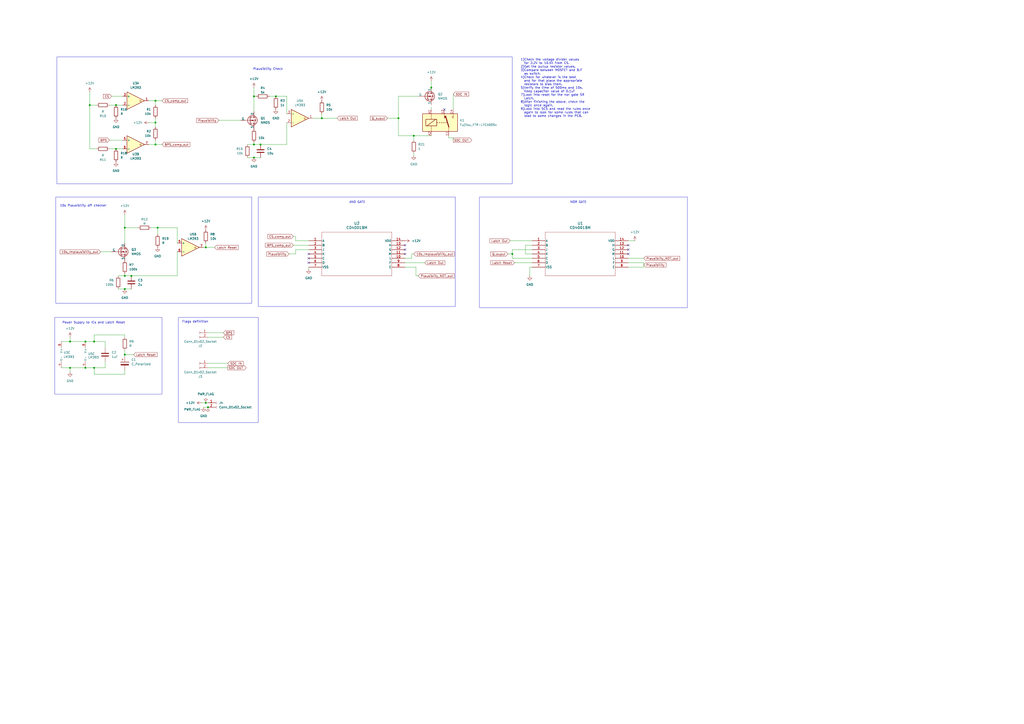
<source format=kicad_sch>
(kicad_sch (version 20231120) (generator "eeschema") (generator_version "8.0")
  (paper "A2")
  (lib_symbols
    (symbol "CD4001B:CD4001BM" (pin_names (offset 0.254))
      (property "Reference" "U" (at 27.94 10.16 0))
      (property "Value" "CD4001BM" (at 27.94 7.62 0))
      (symbol "CD4001BM_0_1"
        (polyline (pts (xy 7.62 -20.32) (xy 48.26 -20.32)) (stroke (width 0.127)))
        (polyline (pts (xy 7.62 5.08) (xy 7.62 -20.32)) (stroke (width 0.127)))
        (polyline (pts (xy 48.26 -20.32) (xy 48.26 5.08)) (stroke (width 0.127)))
        (polyline (pts (xy 48.26 5.08) (xy 7.62 5.08)) (stroke (width 0.127)))
        (pin power_in line (at 55.88 0 180) (length 7.62) (name "VDD") (number "14"))
        (pin power_in line (at 0 -15.24 0) (length 7.62) (name "VSS") (number "7"))
      )
      (symbol "CD4001BM_1_1"
        (pin input line (at 0 0 0) (length 7.62) (name "A") (number "1"))
        (pin output line (at 55.88 -10.16 180) (length 7.62) (name "L") (number "10"))
        (pin output line (at 55.88 -7.62 180) (length 7.62) (name "M") (number "11"))
        (pin input line (at 55.88 -5.08 180) (length 7.62) (name "G") (number "12"))
        (pin input line (at 55.88 -2.54 180) (length 7.62) (name "H") (number "13"))
        (pin input line (at 0 -2.54 0) (length 7.62) (name "B") (number "2"))
        (pin output line (at 0 -5.08 0) (length 7.62) (name "J") (number "3"))
        (pin output line (at 0 -7.62 0) (length 7.62) (name "K") (number "4"))
        (pin input line (at 0 -10.16 0) (length 7.62) (name "C") (number "5"))
        (pin input line (at 0 -12.7 0) (length 7.62) (name "D") (number "6"))
        (pin input line (at 55.88 -15.24 180) (length 7.62) (name "E") (number "8"))
        (pin input line (at 55.88 -12.7 180) (length 7.62) (name "F") (number "9"))
      )
    )
    (symbol "Comparator:LM393" (pin_names (offset 0.127))
      (property "Reference" "U" (at 3.81 3.81 0))
      (property "Value" "LM393" (at 6.35 -3.81 0))
      (symbol "LM393_1_1"
        (polyline (pts (xy -5.08 5.08) (xy 5.08 0) (xy -5.08 -5.08) (xy -5.08 5.08)) (stroke (width 0.254)) (fill (type background)))
        (polyline (pts (xy 3.302 -0.508) (xy 2.794 -0.508) (xy 3.302 0) (xy 2.794 0.508) (xy 2.286 0) (xy 2.794 -0.508) (xy 2.286 -0.508)) (stroke (width 0.127)))
        (pin open_collector line (at 7.62 0 180) (length 2.54) (name "~") (number "1"))
        (pin input line (at -7.62 -2.54 0) (length 2.54) (name "-") (number "2"))
        (pin input line (at -7.62 2.54 0) (length 2.54) (name "+") (number "3"))
      )
      (symbol "LM393_2_1"
        (polyline (pts (xy -5.08 5.08) (xy 5.08 0) (xy -5.08 -5.08) (xy -5.08 5.08)) (stroke (width 0.254)) (fill (type background)))
        (polyline (pts (xy 3.302 -0.508) (xy 2.794 -0.508) (xy 3.302 0) (xy 2.794 0.508) (xy 2.286 0) (xy 2.794 -0.508) (xy 2.286 -0.508)) (stroke (width 0.127)))
        (pin input line (at -7.62 2.54 0) (length 2.54) (name "+") (number "5"))
        (pin input line (at -7.62 -2.54 0) (length 2.54) (name "-") (number "6"))
        (pin open_collector line (at 7.62 0 180) (length 2.54) (name "~") (number "7"))
      )
      (symbol "LM393_3_1"
        (pin power_in line (at -2.54 -7.62 90) (length 3.81) (name "V-") (number "4"))
        (pin power_in line (at -2.54 7.62 270) (length 3.81) (name "V+") (number "8"))
      )
    )
    (symbol "Connector:Conn_01x02_Socket" (pin_names (offset 1.016) hide)
      (property "Reference" "J" (at 0 2.54 0))
      (property "Value" "Conn_01x02_Socket" (at 0 -5.08 0))
      (symbol "Conn_01x02_Socket_1_1"
        (arc (start 0 -2.032) (mid -0.5058 -2.54) (end 0 -3.048) (stroke (width 0.1524)))
        (polyline (pts (xy -1.27 -2.54) (xy -0.508 -2.54)) (stroke (width 0.1524)))
        (polyline (pts (xy -1.27 0) (xy -0.508 0)) (stroke (width 0.1524)))
        (arc (start 0 0.508) (mid -0.5058 0) (end 0 -0.508) (stroke (width 0.1524)))
        (pin passive line (at -5.08 0 0) (length 3.81) (name "Pin_1") (number "1"))
        (pin passive line (at -5.08 -2.54 0) (length 3.81) (name "Pin_2") (number "2"))
      )
    )
    (symbol "Device:C" (pin_numbers hide) (pin_names (offset 0.254))
      (property "Reference" "C" (at 0.635 2.54 0))
      (property "Value" "C" (at 0.635 -2.54 0))
      (symbol "C_0_1"
        (polyline (pts (xy -2.032 -0.762) (xy 2.032 -0.762)) (stroke (width 0.508)))
        (polyline (pts (xy -2.032 0.762) (xy 2.032 0.762)) (stroke (width 0.508)))
      )
      (symbol "C_1_1"
        (pin passive line (at 0 3.81 270) (length 2.794) (name "~") (number "1"))
        (pin passive line (at 0 -3.81 90) (length 2.794) (name "~") (number "2"))
      )
    )
    (symbol "Device:C_Polarized" (pin_numbers hide) (pin_names (offset 0.254))
      (property "Reference" "C" (at 0.635 2.54 0))
      (property "Value" "C_Polarized" (at 0.635 -2.54 0))
      (symbol "C_Polarized_0_1"
        (rectangle (start -2.286 0.508) (end 2.286 1.016))
        (polyline (pts (xy -1.778 2.286) (xy -0.762 2.286)))
        (polyline (pts (xy -1.27 2.794) (xy -1.27 1.778)))
        (rectangle (start 2.286 -0.508) (end -2.286 -1.016) (fill (type outline)))
      )
      (symbol "C_Polarized_1_1"
        (pin passive line (at 0 3.81 270) (length 2.794) (name "~") (number "1"))
        (pin passive line (at 0 -3.81 90) (length 2.794) (name "~") (number "2"))
      )
    )
    (symbol "Device:R" (pin_numbers hide) (pin_names (offset 0))
      (property "Reference" "R" (at 2.032 0 90))
      (property "Value" "R" (at 0 0 90))
      (symbol "R_0_1"
        (rectangle (start -1.016 -2.54) (end 1.016 2.54) (stroke (width 0.254)))
      )
      (symbol "R_1_1"
        (pin passive line (at 0 3.81 270) (length 1.27) (name "~") (number "1"))
        (pin passive line (at 0 -3.81 90) (length 1.27) (name "~") (number "2"))
      )
    )
    (symbol "Relay:Fujitsu_FTR-LYCA005x"
      (property "Reference" "K" (at 11.43 3.81 0))
      (property "Value" "Fujitsu_FTR-LYCA005x" (at 11.43 1.27 0))
      (symbol "Fujitsu_FTR-LYCA005x_0_0"
        (polyline (pts (xy 7.62 5.08) (xy 7.62 2.54) (xy 6.985 3.175) (xy 7.62 3.81)))
      )
      (symbol "Fujitsu_FTR-LYCA005x_0_1"
        (rectangle (start -10.16 5.08) (end 10.16 -5.08) (stroke (width 0.254)) (fill (type background)))
        (rectangle (start -8.255 1.905) (end -1.905 -1.905) (stroke (width 0.254)))
        (polyline (pts (xy -7.62 -1.905) (xy -2.54 1.905)) (stroke (width 0.254)))
        (polyline (pts (xy -5.08 -5.08) (xy -5.08 -1.905)))
        (polyline (pts (xy -5.08 5.08) (xy -5.08 1.905)))
        (polyline (pts (xy -1.905 0) (xy -1.27 0)) (stroke (width 0.254)))
        (polyline (pts (xy -0.635 0) (xy 0 0)) (stroke (width 0.254)))
        (polyline (pts (xy 0.635 0) (xy 1.27 0)) (stroke (width 0.254)))
        (polyline (pts (xy 1.905 0) (xy 2.54 0)) (stroke (width 0.254)))
        (polyline (pts (xy 3.175 0) (xy 3.81 0)) (stroke (width 0.254)))
        (polyline (pts (xy 5.08 -2.54) (xy 3.175 3.81)) (stroke (width 0.508)))
        (polyline (pts (xy 5.08 -2.54) (xy 5.08 -5.08)))
        (polyline (pts (xy 2.54 5.08) (xy 2.54 2.54) (xy 3.175 3.175) (xy 2.54 3.81)) (fill (type outline)))
      )
      (symbol "Fujitsu_FTR-LYCA005x_1_1"
        (pin passive line (at 5.08 -7.62 90) (length 2.54) (name "~") (number "11"))
        (pin passive line (at 2.54 7.62 270) (length 2.54) (name "~") (number "12"))
        (pin passive line (at 7.62 7.62 270) (length 2.54) (name "~") (number "14"))
        (pin passive line (at -5.08 7.62 270) (length 2.54) (name "~") (number "A1"))
        (pin passive line (at -5.08 -7.62 90) (length 2.54) (name "~") (number "A2"))
      )
    )
    (symbol "Simulation_SPICE:NMOS" (pin_numbers hide) (pin_names (offset 0))
      (property "Reference" "Q" (at 5.08 1.27 0))
      (property "Value" "NMOS" (at 5.08 -1.27 0))
      (symbol "NMOS_0_1"
        (polyline (pts (xy 0.254 0) (xy -2.54 0)))
        (polyline (pts (xy 0.254 1.905) (xy 0.254 -1.905)) (stroke (width 0.254)))
        (polyline (pts (xy 0.762 -1.27) (xy 0.762 -2.286)) (stroke (width 0.254)))
        (polyline (pts (xy 0.762 0.508) (xy 0.762 -0.508)) (stroke (width 0.254)))
        (polyline (pts (xy 0.762 2.286) (xy 0.762 1.27)) (stroke (width 0.254)))
        (polyline (pts (xy 2.54 2.54) (xy 2.54 1.778)))
        (polyline (pts (xy 2.54 -2.54) (xy 2.54 0) (xy 0.762 0)))
        (polyline (pts (xy 0.762 -1.778) (xy 3.302 -1.778) (xy 3.302 1.778) (xy 0.762 1.778)))
        (polyline (pts (xy 1.016 0) (xy 2.032 0.381) (xy 2.032 -0.381) (xy 1.016 0)) (fill (type outline)))
        (polyline (pts (xy 2.794 0.508) (xy 2.921 0.381) (xy 3.683 0.381) (xy 3.81 0.254)))
        (polyline (pts (xy 3.302 0.381) (xy 2.921 -0.254) (xy 3.683 -0.254) (xy 3.302 0.381)))
        (circle (center 1.651 0) (radius 2.794) (stroke (width 0.254)))
        (circle (center 2.54 -1.778) (radius 0.254) (fill (type outline)))
        (circle (center 2.54 1.778) (radius 0.254) (fill (type outline)))
      )
      (symbol "NMOS_1_1"
        (pin passive line (at 2.54 5.08 270) (length 2.54) (name "D") (number "1"))
        (pin input line (at -5.08 0 0) (length 2.54) (name "G") (number "2"))
        (pin passive line (at 2.54 -5.08 90) (length 2.54) (name "S") (number "3"))
      )
    )
    (symbol "power:+12V" (power) (pin_numbers hide) (pin_names (offset 0) hide)
      (property "Value" "+12V" (at 0 3.556 0))
      (symbol "+12V_0_1"
        (polyline (pts (xy -0.762 1.27) (xy 0 2.54)))
        (polyline (pts (xy 0 0) (xy 0 2.54)))
        (polyline (pts (xy 0 2.54) (xy 0.762 1.27)))
      )
      (symbol "+12V_1_1"
        (pin power_in line (at 0 0 90) (length 0) (name "~") (number "1"))
      )
    )
    (symbol "power:GND" (power) (pin_numbers hide) (pin_names (offset 0) hide)
      (property "Value" "GND" (at 0 -3.81 0))
      (symbol "GND_0_1"
        (polyline (pts (xy 0 0) (xy 0 -1.27) (xy 1.27 -1.27) (xy 0 -2.54) (xy -1.27 -1.27) (xy 0 -1.27)))
      )
      (symbol "GND_1_1"
        (pin power_in line (at 0 0 270) (length 0) (name "~") (number "1"))
      )
    )
    (symbol "power:PWR_FLAG" (power) (pin_numbers hide) (pin_names (offset 0) hide)
      (property "Value" "PWR_FLAG" (at 0 3.81 0))
      (symbol "PWR_FLAG_0_0"
        (pin power_out line (at 0 0 90) (length 0) (name "~") (number "1"))
      )
      (symbol "PWR_FLAG_0_1"
        (polyline (pts (xy 0 0) (xy 0 1.27) (xy -1.016 1.905) (xy 0 2.54) (xy 1.016 1.905) (xy 0 1.27)))
      )
    )
  )
  (junction (at 49.53 198.12))
  (junction (at 40.64 198.12))
  (junction (at 67.31 60.96))
  (junction (at 40.64 213.36))
  (junction (at 90.17 58.42))
  (junction (at 72.39 132.08))
  (junction (at 67.31 86.36))
  (junction (at 90.17 83.82))
  (junction (at 90.17 71.12))
  (junction (at 186.69 68.58))
  (junction (at 119.38 233.68))
  (junction (at 147.32 91.44))
  (junction (at 120.65 236.22))
  (junction (at 72.39 167.64))
  (junction (at 72.39 205.74))
  (junction (at 72.39 160.02))
  (junction (at 91.44 132.08))
  (junction (at 76.2 160.02))
  (junction (at 147.32 55.88))
  (junction (at 297.18 147.32))
  (junction (at 151.13 83.82))
  (junction (at 250.19 50.8))
  (junction (at 52.07 60.96))
  (junction (at 147.32 83.82))
  (junction (at 160.02 55.88))
  (junction (at 240.03 78.74))
  (junction (at 49.53 213.36))
  (junction (at 231.14 68.58))
  (junction (at 54.61 213.36))
  (junction (at 119.38 143.51))
  (junction (at 54.61 198.12))
  (no_connect (at 234.95 147.32))
  (no_connect (at 364.49 147.32))
  (no_connect (at 364.49 144.78))
  (no_connect (at 179.07 147.32))
  (no_connect (at 234.95 142.24))
  (no_connect (at 179.07 149.86))
  (no_connect (at 234.95 144.78))
  (no_connect (at 179.07 152.4))
  (no_connect (at 257.81 63.5))
  (no_connect (at 364.49 142.24))
  (wire (pts (xy 72.39 205.74) (xy 72.39 207.01)))
  (wire (pts (xy 171.45 137.16) (xy 171.45 139.7)))
  (wire (pts (xy 297.18 149.86) (xy 308.61 149.86)))
  (wire (pts (xy 297.18 147.32) (xy 297.18 149.86)))
  (wire (pts (xy 60.96 198.12) (xy 54.61 198.12)))
  (wire (pts (xy 120.65 210.82) (xy 132.08 210.82)))
  (wire (pts (xy 52.07 86.36) (xy 55.88 86.36)))
  (wire (pts (xy 231.14 55.88) (xy 231.14 68.58)))
  (wire (pts (xy 171.45 144.78) (xy 179.07 144.78)))
  (wire (pts (xy 93.98 58.42) (xy 90.17 58.42)))
  (wire (pts (xy 143.51 91.44) (xy 147.32 91.44)))
  (wire (pts (xy 307.34 160.02) (xy 307.34 154.94)))
  (wire (pts (xy 231.14 78.74) (xy 240.03 78.74)))
  (wire (pts (xy 127 69.85) (xy 139.7 69.85)))
  (wire (pts (xy 120.65 193.04) (xy 129.54 193.04)))
  (wire (pts (xy 90.17 71.12) (xy 90.17 73.66)))
  (wire (pts (xy 72.39 132.08) (xy 72.39 140.97)))
  (wire (pts (xy 58.42 146.05) (xy 64.77 146.05)))
  (wire (pts (xy 67.31 60.96) (xy 71.12 60.96)))
  (wire (pts (xy 250.19 50.8) (xy 250.19 52.07)))
  (wire (pts (xy 68.58 167.64) (xy 72.39 167.64)))
  (wire (pts (xy 68.58 160.02) (xy 72.39 160.02)))
  (wire (pts (xy 91.44 132.08) (xy 102.87 132.08)))
  (wire (pts (xy 60.96 213.36) (xy 54.61 213.36)))
  (wire (pts (xy 72.39 132.08) (xy 72.39 124.46)))
  (wire (pts (xy 102.87 132.08) (xy 102.87 140.97)))
  (wire (pts (xy 72.39 214.63) (xy 72.39 217.17)))
  (wire (pts (xy 40.64 198.12) (xy 49.53 198.12)))
  (wire (pts (xy 52.07 60.96) (xy 55.88 60.96)))
  (wire (pts (xy 72.39 194.31) (xy 54.61 194.31)))
  (wire (pts (xy 90.17 60.96) (xy 90.17 58.42)))
  (wire (pts (xy 240.03 88.9) (xy 240.03 90.17)))
  (wire (pts (xy 90.17 71.12) (xy 86.36 71.12)))
  (wire (pts (xy 72.39 205.74) (xy 77.47 205.74)))
  (wire (pts (xy 364.49 154.94) (xy 373.38 154.94)))
  (wire (pts (xy 147.32 55.88) (xy 147.32 64.77)))
  (wire (pts (xy 54.61 217.17) (xy 72.39 217.17)))
  (wire (pts (xy 143.51 83.82) (xy 147.32 83.82)))
  (wire (pts (xy 147.32 83.82) (xy 151.13 83.82)))
  (wire (pts (xy 304.8 147.32) (xy 304.8 142.24)))
  (wire (pts (xy 364.49 149.86) (xy 373.38 149.86)))
  (wire (pts (xy 147.32 50.8) (xy 147.32 55.88)))
  (wire (pts (xy 298.45 152.4) (xy 308.61 152.4)))
  (wire (pts (xy 151.13 83.82) (xy 166.37 83.82)))
  (wire (pts (xy 308.61 144.78) (xy 297.18 144.78)))
  (wire (pts (xy 40.64 195.58) (xy 40.64 198.12)))
  (wire (pts (xy 120.65 195.58) (xy 129.54 195.58)))
  (wire (pts (xy 373.38 152.4) (xy 373.38 154.94)))
  (wire (pts (xy 156.21 55.88) (xy 160.02 55.88)))
  (wire (pts (xy 35.56 198.12) (xy 40.64 198.12)))
  (wire (pts (xy 72.39 194.31) (xy 72.39 195.58)))
  (wire (pts (xy 64.77 55.88) (xy 71.12 55.88)))
  (wire (pts (xy 90.17 81.28) (xy 90.17 83.82)))
  (wire (pts (xy 246.38 152.4) (xy 234.95 152.4)))
  (wire (pts (xy 167.64 147.32) (xy 171.45 147.32)))
  (wire (pts (xy 186.69 66.04) (xy 186.69 68.58)))
  (wire (pts (xy 242.57 55.88) (xy 231.14 55.88)))
  (wire (pts (xy 118.11 236.22) (xy 120.65 236.22)))
  (wire (pts (xy 52.07 60.96) (xy 52.07 86.36)))
  (wire (pts (xy 295.91 139.7) (xy 308.61 139.7)))
  (wire (pts (xy 52.07 53.34) (xy 52.07 60.96)))
  (wire (pts (xy 40.64 213.36) (xy 40.64 215.9)))
  (wire (pts (xy 250.19 46.99) (xy 250.19 50.8)))
  (wire (pts (xy 238.76 149.86) (xy 234.95 149.86)))
  (wire (pts (xy 49.53 213.36) (xy 54.61 213.36)))
  (wire (pts (xy 63.5 81.28) (xy 71.12 81.28)))
  (wire (pts (xy 171.45 139.7) (xy 179.07 139.7)))
  (wire (pts (xy 72.39 160.02) (xy 72.39 158.75)))
  (wire (pts (xy 297.18 144.78) (xy 297.18 147.32)))
  (wire (pts (xy 91.44 135.89) (xy 91.44 132.08)))
  (wire (pts (xy 147.32 91.44) (xy 151.13 91.44)))
  (wire (pts (xy 63.5 60.96) (xy 67.31 60.96)))
  (wire (pts (xy 119.38 143.51) (xy 124.46 143.51)))
  (wire (pts (xy 119.38 140.97) (xy 119.38 143.51)))
  (wire (pts (xy 63.5 86.36) (xy 67.31 86.36)))
  (wire (pts (xy 147.32 82.55) (xy 147.32 83.82)))
  (wire (pts (xy 119.38 233.68) (xy 120.65 233.68)))
  (wire (pts (xy 54.61 194.31) (xy 54.61 198.12)))
  (wire (pts (xy 262.89 80.01) (xy 262.89 81.28)))
  (wire (pts (xy 72.39 203.2) (xy 72.39 205.74)))
  (wire (pts (xy 87.63 132.08) (xy 91.44 132.08)))
  (wire (pts (xy 364.49 152.4) (xy 373.38 152.4)))
  (wire (pts (xy 179.07 156.21) (xy 179.07 154.94)))
  (wire (pts (xy 54.61 213.36) (xy 54.61 217.17)))
  (wire (pts (xy 304.8 142.24) (xy 308.61 142.24)))
  (wire (pts (xy 86.36 83.82) (xy 90.17 83.82)))
  (wire (pts (xy 72.39 132.08) (xy 80.01 132.08)))
  (wire (pts (xy 76.2 160.02) (xy 102.87 160.02)))
  (wire (pts (xy 67.31 86.36) (xy 71.12 86.36)))
  (wire (pts (xy 72.39 167.64) (xy 76.2 167.64)))
  (wire (pts (xy 166.37 55.88) (xy 166.37 66.04)))
  (wire (pts (xy 242.57 160.02) (xy 241.3 160.02)))
  (wire (pts (xy 116.84 233.68) (xy 119.38 233.68)))
  (wire (pts (xy 120.65 213.36) (xy 132.08 213.36)))
  (wire (pts (xy 166.37 71.12) (xy 166.37 83.82)))
  (wire (pts (xy 148.59 55.88) (xy 147.32 55.88)))
  (wire (pts (xy 241.3 160.02) (xy 241.3 154.94)))
  (wire (pts (xy 35.56 213.36) (xy 40.64 213.36)))
  (wire (pts (xy 260.35 80.01) (xy 260.35 78.74)))
  (wire (pts (xy 170.18 142.24) (xy 179.07 142.24)))
  (wire (pts (xy 119.38 143.51) (xy 118.11 143.51)))
  (wire (pts (xy 241.3 154.94) (xy 234.95 154.94)))
  (wire (pts (xy 49.53 198.12) (xy 54.61 198.12)))
  (wire (pts (xy 250.19 62.23) (xy 250.19 63.5)))
  (wire (pts (xy 186.69 68.58) (xy 195.58 68.58)))
  (wire (pts (xy 90.17 68.58) (xy 90.17 71.12)))
  (wire (pts (xy 170.18 137.16) (xy 171.45 137.16)))
  (wire (pts (xy 90.17 83.82) (xy 93.98 83.82)))
  (wire (pts (xy 72.39 160.02) (xy 76.2 160.02)))
  (wire (pts (xy 240.03 78.74) (xy 240.03 81.28)))
  (wire (pts (xy 294.64 147.32) (xy 297.18 147.32)))
  (wire (pts (xy 262.89 54.61) (xy 262.89 63.5)))
  (wire (pts (xy 90.17 58.42) (xy 86.36 58.42)))
  (wire (pts (xy 171.45 147.32) (xy 171.45 144.78)))
  (wire (pts (xy 262.89 80.01) (xy 260.35 80.01)))
  (wire (pts (xy 102.87 146.05) (xy 102.87 160.02)))
  (wire (pts (xy 160.02 55.88) (xy 166.37 55.88)))
  (wire (pts (xy 308.61 147.32) (xy 304.8 147.32)))
  (wire (pts (xy 240.03 78.74) (xy 250.19 78.74)))
  (wire (pts (xy 224.79 68.58) (xy 231.14 68.58)))
  (wire (pts (xy 231.14 68.58) (xy 231.14 78.74)))
  (wire (pts (xy 60.96 198.12) (xy 60.96 201.93)))
  (wire (pts (xy 238.76 147.32) (xy 240.03 147.32)))
  (wire (pts (xy 181.61 68.58) (xy 186.69 68.58)))
  (wire (pts (xy 364.49 139.7) (xy 368.3 139.7)))
  (wire (pts (xy 238.76 147.32) (xy 238.76 149.86)))
  (wire (pts (xy 307.34 154.94) (xy 308.61 154.94)))
  (wire (pts (xy 60.96 209.55) (xy 60.96 213.36)))
  (wire (pts (xy 40.64 213.36) (xy 49.53 213.36)))
  (rectangle (start 149.86 114.3) (end 264.16 177.8))
  (rectangle (start 103.505 184.15) (end 149.86 245.11))
  (rectangle (start 31.75 184.15) (end 93.98 228.6))
  (rectangle (start 33.02 33.02) (end 297.18 106.68))
  (rectangle (start 278.13 114.3) (end 398.78 178.435))
  (rectangle (start 32.385 114.3) (end 146.05 175.895))
  (text "Power Supply to ICs and Latch Reset" (at 54.356 187.198 0) (effects (font (size 1.27 1.27))))
  (text "Flags definition" (at 113.284 186.69 0) (effects (font (size 1.27 1.27))))
  (text "AND GATE\n" (at 207.264 117.348 0) (effects (font (size 1.27 1.27))))
  (text "Plausibility Check" (at 155.448 40.132 0) (effects (font (size 1.27 1.27))))
  (text "10s Plausibility off checker" (at 48.26 119.38 0) (effects (font (size 1.27 1.27))))
  (text "1)Check the voltage divider values \n  for 2.2V to 10.5V from CS.\n2)Get the pullup resistor values.\n3)Compare between MOSFET and BJT \n  as switch.\n4)Check for whatever is the best \n  and for that place the appropriate \n  resistors to bias them.\n5)Verify the time of 500ms and 10s. \n  Keep capacitor value of 0.1uF\n7)Look into reset for the nor gate SR\n  Latch.\n8)After finishing the above, check the\n  logic once again.\n9)Look into SCS and read the rules once\n  again to look for some rules that can\n  lead to some changes in the PCB.\n" (at 302.006 51.054 0) (effects (font (size 1.27 1.27)) (justify left)))
  (text "NOR GATE" (at 335.534 117.348 0) (effects (font (size 1.27 1.27))))
  (global_label "Plausibility" (shape input) (at 373.38 153.67 0) (property "Intersheetrefs" "${INTERSHEET_REFS}" (effects (hide yes))))
  (global_label "SDC OUT" (shape output) (at 132.08 213.36 0) (property "Intersheetrefs" "${INTERSHEET_REFS}" (effects (hide yes))))
  (global_label "Plausiblity_NOT_out" (shape input) (at 242.57 160.02 0) (property "Intersheetrefs" "${INTERSHEET_REFS}" (effects (hide yes))))
  (global_label "BPS" (shape input) (at 129.54 193.04 0) (property "Intersheetrefs" "${INTERSHEET_REFS}" (effects (hide yes))))
  (global_label "10s_Implausibility_out" (shape input) (at 58.42 146.05 180) (property "Intersheetrefs" "${INTERSHEET_REFS}" (effects (hide yes))))
  (global_label "Latch Reset" (shape input) (at 124.46 143.51 0) (property "Intersheetrefs" "${INTERSHEET_REFS}" (effects (hide yes))))
  (global_label "Plausiblity_NOT_out" (shape input) (at 373.38 149.86 0) (property "Intersheetrefs" "${INTERSHEET_REFS}" (effects (hide yes))))
  (global_label "Latch Out" (shape input) (at 295.91 139.7 180) (property "Intersheetrefs" "${INTERSHEET_REFS}" (effects (hide yes))))
  (global_label "CS_comp_out" (shape input) (at 170.18 137.16 180) (property "Intersheetrefs" "${INTERSHEET_REFS}" (effects (hide yes))))
  (global_label "CS" (shape input) (at 64.77 55.88 180) (property "Intersheetrefs" "${INTERSHEET_REFS}" (effects (hide yes))))
  (global_label "BPS_comp_out" (shape input) (at 170.18 142.24 180) (property "Intersheetrefs" "${INTERSHEET_REFS}" (effects (hide yes))))
  (global_label "Plausibility" (shape input) (at 127 69.85 180) (property "Intersheetrefs" "${INTERSHEET_REFS}" (effects (hide yes))))
  (global_label "Latch Reset" (shape input) (at 77.47 205.74 0) (property "Intersheetrefs" "${INTERSHEET_REFS}" (effects (hide yes))))
  (global_label "CS_comp_out" (shape input) (at 93.98 58.42 0) (property "Intersheetrefs" "${INTERSHEET_REFS}" (effects (hide yes))))
  (global_label "SDC IN" (shape input) (at 262.89 54.61 0) (property "Intersheetrefs" "${INTERSHEET_REFS}" (effects (hide yes))))
  (global_label "10s_Implausibility_out" (shape input) (at 240.03 147.32 0) (property "Intersheetrefs" "${INTERSHEET_REFS}" (effects (hide yes))))
  (global_label "Latch Out" (shape input) (at 246.38 152.4 0) (property "Intersheetrefs" "${INTERSHEET_REFS}" (effects (hide yes))))
  (global_label "Q_ouput" (shape input) (at 294.64 147.32 180) (property "Intersheetrefs" "${INTERSHEET_REFS}" (effects (hide yes))))
  (global_label "Plausibility" (shape input) (at 167.64 147.32 180) (property "Intersheetrefs" "${INTERSHEET_REFS}" (effects (hide yes))))
  (global_label "Latch Reset" (shape input) (at 298.45 152.4 180) (property "Intersheetrefs" "${INTERSHEET_REFS}" (effects (hide yes))))
  (global_label "Latch Out" (shape input) (at 195.58 68.58 0) (property "Intersheetrefs" "${INTERSHEET_REFS}" (effects (hide yes))))
  (global_label "SDC IN" (shape input) (at 132.08 210.82 0) (property "Intersheetrefs" "${INTERSHEET_REFS}" (effects (hide yes))))
  (global_label "Q_ouput" (shape input) (at 224.79 68.58 180) (property "Intersheetrefs" "${INTERSHEET_REFS}" (effects (hide yes))))
  (global_label "SDC OUT" (shape output) (at 262.89 81.28 0) (property "Intersheetrefs" "${INTERSHEET_REFS}" (effects (hide yes))))
  (global_label "BPS_comp_out" (shape input) (at 93.98 83.82 0) (property "Intersheetrefs" "${INTERSHEET_REFS}" (effects (hide yes))))
  (global_label "CS" (shape input) (at 129.54 195.58 0) (property "Intersheetrefs" "${INTERSHEET_REFS}" (effects (hide yes))))
  (global_label "BPS" (shape input) (at 63.5 81.28 180) (property "Intersheetrefs" "${INTERSHEET_REFS}" (effects (hide yes))))
  (symbol (lib_id "Device:C") (at 76.2 163.83 0) (unit 1)
    (property "Reference" "C3" (at 80.01 162.5599 0) (effects (justify left)))
    (property "Value" "2u" (at 80.01 165.0999 0) (effects (justify left)))
    (property "Description" "Unpolarized capacitor" (effects (hide yes)))
  )
  (symbol (lib_id "power:+12V") (at 119.38 133.35 0) (unit 1)
    (property "Reference" "#PWR012" (effects (hide yes)))
    (property "Value" "+12V" (at 119.38 128.27 0))
    (property "Description" "Power symbol creates a global label with name \"+12V\"" (effects (hide yes)))
  )
  (symbol (lib_id "Device:C") (at 60.96 205.74 0) (unit 1)
    (property "Reference" "C2" (at 64.77 204.4699 0) (effects (justify left)))
    (property "Value" "1uF" (at 64.77 207.0099 0) (effects (justify left)))
    (property "Description" "Unpolarized capacitor" (effects (hide yes)))
  )
  (symbol (lib_id "power:+12V") (at 250.19 46.99 0) (unit 1)
    (property "Reference" "#PWR06" (effects (hide yes)))
    (property "Value" "+12V" (at 250.19 41.91 0))
    (property "Description" "Power symbol creates a global label with name \"+12V\"" (effects (hide yes)))
  )
  (symbol (lib_id "power:PWR_FLAG") (at 120.65 236.22 180) (unit 1)
    (property "Reference" "#FLG04" (effects (hide yes)))
    (property "Value" "PWR_FLAG" (at 111.506 237.49 0))
    (property "Description" "Special symbol for telling ERC where power comes from" (effects (hide yes)))
  )
  (symbol (lib_id "power:GND") (at 240.03 90.17 0) (unit 1)
    (property "Reference" "#PWR022" (effects (hide yes)))
    (property "Value" "GND" (at 240.03 95.25 0))
    (property "Description" "Power symbol creates a global label with name \"GND\" , ground" (effects (hide yes)))
  )
  (symbol (lib_id "Device:R") (at 143.51 87.63 0) (mirror y) (unit 1)
    (property "Reference" "R15" (at 140.97 86.3599 0) (effects (justify left)))
    (property "Value" "10k" (at 140.97 88.8999 0) (effects (justify left)))
    (property "Description" "Resistor" (effects (hide yes)))
  )
  (symbol (lib_id "Device:R") (at 59.69 86.36 270) (mirror x) (unit 1)
    (property "Reference" "R11" (at 59.69 92.71 90))
    (property "Value" "R" (at 59.69 90.17 90))
    (property "Description" "Resistor" (effects (hide yes)))
  )
  (symbol (lib_id "Connector:Conn_01x02_Socket") (at 125.73 233.68 0) (unit 1)
    (property "Reference" "J4" (at 127 233.6799 0) (effects (justify left)))
    (property "Value" "Conn_01x02_Socket" (at 127 236.2199 0) (effects (justify left)))
    (property "Description" "Generic connector, single row, 01x02, script generated" (effects (hide yes)))
  )
  (symbol (lib_id "Comparator:LM393") (at 78.74 58.42 0) (unit 1)
    (property "Reference" "U3" (at 78.74 48.26 0))
    (property "Value" "LM393" (at 78.74 50.8 0))
    (property "Datasheet" "http://www.ti.com/lit/ds/symlink/lm393.pdf" (effects (hide yes)))
    (property "Description" "Low-Power, Low-Offset Voltage, Dual Comparators, DIP-8/SOIC-8/TO-99-8" (effects (hide yes)))
    (property "Sim.Library" "C:\\D DRIVE\\Ashwa\\KiCADs\\KiCad-Spice-Library-master\\Models\\lm393.lib" (effects (hide yes)))
    (property "Sim.Name" "LM2903B" (effects (hide yes)))
    (property "Sim.Device" "SUBCKT" (effects (hide yes)))
    (property "Sim.Pins" "1=IN+ 2=IN- 3=Vcc 4=GND 5=OUT" (effects (hide yes)))
  )
  (symbol (lib_id "power:+12V") (at 40.64 195.58 0) (unit 1)
    (property "Reference" "#PWR023" (effects (hide yes)))
    (property "Value" "+12V" (at 40.64 190.5 0))
    (property "Description" "Power symbol creates a global label with name \"+12V\"" (effects (hide yes)))
  )
  (symbol (lib_id "Connector:Conn_01x02_Socket") (at 115.57 210.82 0) (mirror y) (unit 1)
    (property "Reference" "J3" (at 116.205 218.44 0))
    (property "Value" "Conn_01x02_Socket" (at 116.205 215.9 0))
    (property "Description" "Generic connector, single row, 01x02, script generated" (effects (hide yes)))
    (property "Sim.Device" "V" (effects (hide yes)))
    (property "Sim.Type" "DC" (effects (hide yes)))
    (property "Sim.Pins" "1=+ 2=-" (effects (hide yes)))
    (property "Sim.Params" "dc=\"\"" (effects (hide yes)))
  )
  (symbol (lib_id "Comparator:LM393") (at 173.99 68.58 0) (unit 1)
    (property "Reference" "U5" (at 173.99 58.42 0))
    (property "Value" "LM393" (at 173.99 60.96 0))
    (property "Datasheet" "http://www.ti.com/lit/ds/symlink/lm393.pdf" (effects (hide yes)))
    (property "Description" "Low-Power, Low-Offset Voltage, Dual Comparators, DIP-8/SOIC-8/TO-99-8" (effects (hide yes)))
  )
  (symbol (lib_id "Device:R") (at 59.69 60.96 90) (mirror x) (unit 1)
    (property "Reference" "R10" (at 59.69 67.31 90))
    (property "Value" "R" (at 59.69 64.77 90))
    (property "Description" "Resistor" (effects (hide yes)))
  )
  (symbol (lib_id "power:+12V") (at 147.32 50.8 0) (unit 1)
    (property "Reference" "#PWR04" (effects (hide yes)))
    (property "Value" "+12V" (at 147.32 45.72 0))
    (property "Description" "Power symbol creates a global label with name \"+12V\"" (effects (hide yes)))
  )
  (symbol (lib_id "power:PWR_FLAG") (at 119.38 233.68 0) (unit 1)
    (property "Reference" "#FLG03" (effects (hide yes)))
    (property "Value" "PWR_FLAG" (at 119.38 228.6 0))
    (property "Description" "Special symbol for telling ERC where power comes from" (effects (hide yes)))
  )
  (symbol (lib_id "Simulation_SPICE:NMOS") (at 247.65 55.88 0) (unit 1)
    (property "Reference" "Q2" (at 254 54.6099 0) (effects (justify left)))
    (property "Value" "NMOS" (at 254 57.1499 0) (effects (justify left)))
    (property "Datasheet" "https://ngspice.sourceforge.io/docs/ngspice-html-manual/manual.xhtml#cha_MOSFETs" (effects (hide yes)))
    (property "Description" "N-MOSFET transistor, drain/source/gate" (effects (hide yes)))
    (property "Sim.Device" "NMOS" (effects (hide yes)))
    (property "Sim.Type" "VDMOS" (effects (hide yes)))
    (property "Sim.Pins" "1=D 2=G 3=S" (effects (hide yes)))
  )
  (symbol (lib_id "power:GND") (at 307.34 160.02 0) (unit 1)
    (property "Reference" "#PWR027" (effects (hide yes)))
    (property "Value" "GND" (at 307.34 165.1 0))
    (property "Description" "Power symbol creates a global label with name \"GND\" , ground" (effects (hide yes)))
  )
  (symbol (lib_id "CD4001B:CD4001BM") (at 179.07 139.7 0) (unit 1)
    (property "Reference" "U2" (at 207.01 129.54 0) (effects (font (size 1.524 1.524))))
    (property "Value" "CD4001BM" (at 207.01 132.08 0) (effects (font (size 1.524 1.524))))
    (property "Footprint" "D14" (effects (hide yes)))
    (property "Datasheet" "CD4001BM" (effects (hide yes)))
  )
  (symbol (lib_id "power:GND") (at 72.39 167.64 0) (unit 1)
    (property "Reference" "#PWR014" (effects (hide yes)))
    (property "Value" "GND" (at 72.39 172.72 0))
    (property "Description" "Power symbol creates a global label with name \"GND\" , ground" (effects (hide yes)))
  )
  (symbol (lib_id "power:GND") (at 91.44 143.51 0) (unit 1)
    (property "Reference" "#PWR018" (effects (hide yes)))
    (property "Value" "GND" (at 91.44 148.59 0))
    (property "Description" "Power symbol creates a global label with name \"GND\" , ground" (effects (hide yes)))
  )
  (symbol (lib_id "Simulation_SPICE:NMOS") (at 69.85 146.05 0) (unit 1)
    (property "Reference" "Q3" (at 76.2 144.7799 0) (effects (justify left)))
    (property "Value" "NMOS" (at 76.2 147.3199 0) (effects (justify left)))
    (property "Datasheet" "https://ngspice.sourceforge.io/docs/ngspice-html-manual/manual.xhtml#cha_MOSFETs" (effects (hide yes)))
    (property "Description" "N-MOSFET transistor, drain/source/gate" (effects (hide yes)))
    (property "Sim.Device" "NMOS" (effects (hide yes)))
    (property "Sim.Type" "VDMOS" (effects (hide yes)))
    (property "Sim.Pins" "1=D 2=G 3=S" (effects (hide yes)))
  )
  (symbol (lib_id "Relay:Fujitsu_FTR-LYCA005x") (at 255.27 71.12 0) (unit 1)
    (property "Reference" "K1" (at 266.7 69.8499 0) (effects (justify left)))
    (property "Value" "Fujitsu_FTR-LYCA005x" (at 266.7 72.3899 0) (effects (justify left)))
    (property "Footprint" "Relay_THT:Relay_SPDT_Fujitsu_FTR-LYCA005x_FormC_Vertical" (effects (hide yes)))
    (property "Datasheet" "https://www.fujitsu.com/sg/imagesgig5/ftr-ly.pdf" (effects (hide yes)))
    (property "Description" "Relay, SPDT Form C, vertical mount, 5-60V coil, 6A, 250VAC, 28 x 5 x 15mm" (effects (hide yes)))
  )
  (symbol (lib_id "Device:R") (at 67.31 90.17 0) (unit 1)
    (property "Reference" "R18" (at 69.85 88.8999 0) (effects (justify left)))
    (property "Value" "R" (at 69.85 91.4399 0) (effects (justify left)))
    (property "Description" "Resistor" (effects (hide yes)))
  )
  (symbol (lib_id "Connector:Conn_01x02_Socket") (at 115.57 193.04 0) (mirror y) (unit 1)
    (property "Reference" "J2" (at 116.205 200.66 0))
    (property "Value" "Conn_01x02_Socket" (at 116.205 198.12 0))
    (property "Description" "Generic connector, single row, 01x02, script generated" (effects (hide yes)))
    (property "Sim.Device" "V" (effects (hide yes)))
    (property "Sim.Type" "DC" (effects (hide yes)))
    (property "Sim.Pins" "1=+ 2=-" (effects (hide yes)))
    (property "Sim.Params" "dc=\"\"" (effects (hide yes)))
  )
  (symbol (lib_id "Device:R") (at 152.4 55.88 270) (mirror x) (unit 1)
    (property "Reference" "R4" (at 152.4 51.054 90))
    (property "Value" "5k" (at 152.4 53.594 90))
    (property "Description" "Resistor" (effects (hide yes)))
  )
  (symbol (lib_id "Device:R") (at 91.44 139.7 0) (unit 1)
    (property "Reference" "R19" (at 93.98 138.4299 0) (effects (justify left)))
    (property "Value" "R" (at 93.98 140.9699 0) (effects (justify left)))
    (property "Description" "Resistor" (effects (hide yes)))
  )
  (symbol (lib_id "Device:R") (at 67.31 64.77 0) (unit 1)
    (property "Reference" "R16" (at 69.85 63.4999 0) (effects (justify left)))
    (property "Value" "R" (at 69.85 66.0399 0) (effects (justify left)))
    (property "Description" "Resistor" (effects (hide yes)))
  )
  (symbol (lib_id "Simulation_SPICE:NMOS") (at 144.78 69.85 0) (unit 1)
    (property "Reference" "Q1" (at 151.13 68.5799 0) (effects (justify left)))
    (property "Value" "NMOS" (at 151.13 71.1199 0) (effects (justify left)))
    (property "Datasheet" "https://ngspice.sourceforge.io/docs/ngspice-html-manual/manual.xhtml#cha_MOSFETs" (effects (hide yes)))
    (property "Description" "N-MOSFET transistor, drain/source/gate" (effects (hide yes)))
    (property "Sim.Device" "NMOS" (effects (hide yes)))
    (property "Sim.Type" "VDMOS" (effects (hide yes)))
    (property "Sim.Pins" "1=D 2=G 3=S" (effects (hide yes)))
  )
  (symbol (lib_id "Device:R") (at 147.32 78.74 0) (unit 1)
    (property "Reference" "R14" (effects (hide yes)))
    (property "Value" "10k" (at 149.86 80.0099 0) (effects (justify left)))
    (property "Description" "Resistor" (effects (hide yes)))
  )
  (symbol (lib_id "Device:R") (at 68.58 163.83 0) (mirror y) (unit 1)
    (property "Reference" "R6" (at 66.04 162.5599 0) (effects (justify left)))
    (property "Value" "100k" (at 66.04 165.0999 0) (effects (justify left)))
    (property "Description" "Resistor" (effects (hide yes)))
  )
  (symbol (lib_id "power:+12V") (at 116.84 233.68 90) (unit 1)
    (property "Reference" "#PWR025" (effects (hide yes)))
    (property "Value" "+12V" (at 113.03 233.6799 90) (effects (justify left)))
    (property "Description" "Power symbol creates a global label with name \"+12V\"" (effects (hide yes)))
  )
  (symbol (lib_id "power:+12V") (at 186.69 58.42 0) (unit 1)
    (property "Reference" "#PWR05" (effects (hide yes)))
    (property "Value" "+12V" (at 186.69 53.34 0))
    (property "Description" "Power symbol creates a global label with name \"+12V\"" (effects (hide yes)))
  )
  (symbol (lib_id "Device:R") (at 119.38 137.16 0) (unit 1)
    (property "Reference" "R8" (at 121.92 135.8899 0) (effects (justify left)))
    (property "Value" "10k" (at 121.92 138.4299 0) (effects (justify left)))
    (property "Description" "Resistor" (effects (hide yes)))
  )
  (symbol (lib_id "Device:R") (at 72.39 154.94 0) (unit 1)
    (property "Reference" "R7" (at 74.93 153.6699 0) (effects (justify left)))
    (property "Value" "100k" (at 74.93 156.2099 0) (effects (justify left)))
    (property "Description" "Resistor" (effects (hide yes)))
  )
  (symbol (lib_id "Device:R") (at 83.82 132.08 270) (mirror x) (unit 1)
    (property "Reference" "R12" (at 83.82 127.254 90))
    (property "Value" "R" (at 83.82 129.794 90))
    (property "Description" "Resistor" (effects (hide yes)))
  )
  (symbol (lib_id "Device:R") (at 90.17 77.47 0) (mirror y) (unit 1)
    (property "Reference" "R2" (at 87.63 76.1999 0) (effects (justify left)))
    (property "Value" "10k" (at 87.63 78.7399 0) (effects (justify left)))
    (property "Description" "Resistor" (effects (hide yes)))
  )
  (symbol (lib_id "power:+12V") (at 52.07 53.34 0) (unit 1)
    (property "Reference" "#PWR01" (effects (hide yes)))
    (property "Value" "+12V" (at 52.07 48.26 0))
    (property "Description" "Power symbol creates a global label with name \"+12V\"" (effects (hide yes)))
  )
  (symbol (lib_id "Comparator:LM393") (at 78.74 83.82 0) (unit 2)
    (property "Reference" "U3" (at 78.74 89.408 0))
    (property "Value" "LM393" (at 78.74 91.948 0))
    (property "Datasheet" "http://www.ti.com/lit/ds/symlink/lm393.pdf" (effects (hide yes)))
    (property "Description" "Low-Power, Low-Offset Voltage, Dual Comparators, DIP-8/SOIC-8/TO-99-8" (effects (hide yes)))
    (property "Sim.Library" "C:\\D DRIVE\\Ashwa\\KiCADs\\KiCad-Spice-Library-master\\Models\\lm393.lib" (effects (hide yes)))
    (property "Sim.Name" "LM2903B" (effects (hide yes)))
    (property "Sim.Device" "SUBCKT" (effects (hide yes)))
    (property "Sim.Pins" "1=IN+ 2=IN- 3=Vcc 4=GND 5=OUT" (effects (hide yes)))
  )
  (symbol (lib_id "Device:R") (at 72.39 199.39 0) (unit 1)
    (property "Reference" "R9" (at 74.93 198.1199 0) (effects (justify left)))
    (property "Value" "R" (at 74.93 200.6599 0) (effects (justify left)))
    (property "Description" "Resistor" (effects (hide yes)))
  )
  (symbol (lib_id "power:GND") (at 147.32 91.44 0) (unit 1)
    (property "Reference" "#PWR013" (effects (hide yes)))
    (property "Value" "GND" (at 147.32 96.52 0))
    (property "Description" "Power symbol creates a global label with name \"GND\" , ground" (effects (hide yes)))
  )
  (symbol (lib_id "CD4001B:CD4001BM") (at 308.61 139.7 0) (unit 1)
    (property "Reference" "U1" (at 336.55 129.54 0) (effects (font (size 1.524 1.524))))
    (property "Value" "CD4001BM" (at 336.55 132.08 0) (effects (font (size 1.524 1.524))))
    (property "Footprint" "D14" (effects (hide yes)))
    (property "Datasheet" "CD4001BM" (effects (hide yes)))
  )
  (symbol (lib_id "Device:R") (at 240.03 85.09 0) (unit 1)
    (property "Reference" "R21" (at 242.57 83.8199 0) (effects (justify left)))
    (property "Value" "1" (at 242.57 86.3599 0) (effects (justify left)))
    (property "Description" "Resistor" (effects (hide yes)))
  )
  (symbol (lib_id "Device:R") (at 90.17 64.77 0) (mirror y) (unit 1)
    (property "Reference" "R1" (at 87.63 63.4999 0) (effects (justify left)))
    (property "Value" "10k" (at 87.63 66.0399 0) (effects (justify left)))
    (property "Description" "Resistor" (effects (hide yes)))
  )
  (symbol (lib_id "power:GND") (at 40.64 215.9 0) (unit 1)
    (property "Reference" "#PWR07" (effects (hide yes)))
    (property "Value" "GND" (at 40.64 220.98 0))
    (property "Description" "Power symbol creates a global label with name \"GND\" , ground" (effects (hide yes)))
  )
  (symbol (lib_id "Device:C_Polarized") (at 72.39 210.82 0) (unit 1)
    (property "Reference" "C1" (at 76.2 208.6609 0) (effects (justify left)))
    (property "Value" "C_Polarized" (at 76.2 211.2009 0) (effects (justify left)))
    (property "Description" "Polarized capacitor" (effects (hide yes)))
  )
  (symbol (lib_id "Comparator:LM393") (at 110.49 143.51 0) (unit 2)
    (property "Reference" "U5" (at 112.014 135.89 0))
    (property "Value" "LM393" (at 112.014 138.43 0))
    (property "Datasheet" "http://www.ti.com/lit/ds/symlink/lm393.pdf" (effects (hide yes)))
    (property "Description" "Low-Power, Low-Offset Voltage, Dual Comparators, DIP-8/SOIC-8/TO-99-8" (effects (hide yes)))
  )
  (symbol (lib_id "power:GND") (at 179.07 156.21 0) (unit 1)
    (property "Reference" "#PWR026" (effects (hide yes)))
    (property "Value" "GND" (at 179.07 161.29 0))
    (property "Description" "Power symbol creates a global label with name \"GND\" , ground" (effects (hide yes)))
  )
  (symbol (lib_id "Comparator:LM393") (at 52.07 205.74 0) (unit 3)
    (property "Reference" "U5" (at 51.054 205.232 0) (effects (justify left)))
    (property "Value" "LM393" (at 51.054 207.264 0) (effects (justify left)))
    (property "Datasheet" "http://www.ti.com/lit/ds/symlink/lm393.pdf" (effects (hide yes)))
    (property "Description" "Low-Power, Low-Offset Voltage, Dual Comparators, DIP-8/SOIC-8/TO-99-8" (effects (hide yes)))
  )
  (symbol (lib_id "Device:C") (at 151.13 87.63 0) (unit 1)
    (property "Reference" "C4" (at 154.94 86.3599 0) (effects (justify left)))
    (property "Value" "10u" (at 154.94 88.8999 0) (effects (justify left)))
    (property "Description" "Unpolarized capacitor" (effects (hide yes)))
  )
  (symbol (lib_id "power:+12V") (at 234.95 139.7 270) (unit 1)
    (property "Reference" "#PWR021" (effects (hide yes)))
    (property "Value" "+12V" (at 238.76 139.6999 90) (effects (justify left)))
    (property "Description" "Power symbol creates a global label with name \"+12V\"" (effects (hide yes)))
  )
  (symbol (lib_id "Device:R") (at 160.02 59.69 0) (unit 1)
    (property "Reference" "R3" (at 162.56 58.4199 0) (effects (justify left)))
    (property "Value" "1k" (at 162.56 60.9599 0) (effects (justify left)))
    (property "Description" "Resistor" (effects (hide yes)))
  )
  (symbol (lib_id "power:+12V") (at 368.3 139.7 0) (unit 1)
    (property "Reference" "#PWR028" (effects (hide yes)))
    (property "Value" "+12V" (at 368.3 134.62 0))
    (property "Description" "Power symbol creates a global label with name \"+12V\"" (effects (hide yes)))
  )
  (symbol (lib_id "power:GND") (at 67.31 68.58 0) (unit 1)
    (property "Reference" "#PWR03" (effects (hide yes)))
    (property "Value" "GND" (at 67.31 73.66 0))
    (property "Description" "Power symbol creates a global label with name \"GND\" , ground" (effects (hide yes)))
  )
  (symbol (lib_id "Device:R") (at 186.69 62.23 0) (unit 1)
    (property "Reference" "R5" (at 189.23 60.9599 0) (effects (justify left)))
    (property "Value" "10k" (at 189.23 63.4999 0) (effects (justify left)))
    (property "Description" "Resistor" (effects (hide yes)))
  )
  (symbol (lib_id "Comparator:LM393") (at 38.1 205.74 0) (unit 3)
    (property "Reference" "U3" (at 36.83 204.4699 0) (effects (justify left)))
    (property "Value" "LM393" (at 36.83 207.0099 0) (effects (justify left)))
    (property "Datasheet" "http://www.ti.com/lit/ds/symlink/lm393.pdf" (effects (hide yes)))
    (property "Description" "Low-Power, Low-Offset Voltage, Dual Comparators, DIP-8/SOIC-8/TO-99-8" (effects (hide yes)))
    (property "Sim.Device" "SUBCKT" (effects (hide yes)))
    (property "Sim.Library" "C:\\D DRIVE\\Ashwa\\KiCADs\\KiCad-Spice-Library-master\\Models\\lm393.lib" (effects (hide yes)))
    (property "Sim.Name" "LM2903B" (effects (hide yes)))
    (property "Sim.Pins" "1=IN+ 2=IN- 3=Vcc 4=GND 5=OUT" (effects (hide yes)))
  )
  (symbol (lib_id "power:+12V") (at 72.39 124.46 0) (unit 1)
    (property "Reference" "#PWR08" (effects (hide yes)))
    (property "Value" "+12V" (at 72.39 119.38 0))
    (property "Description" "Power symbol creates a global label with name \"+12V\"" (effects (hide yes)))
  )
  (symbol (lib_id "power:GND") (at 67.31 93.98 0) (unit 1)
    (property "Reference" "#PWR011" (effects (hide yes)))
    (property "Value" "GND" (at 67.31 99.06 0))
    (property "Description" "Power symbol creates a global label with name \"GND\" , ground" (effects (hide yes)))
  )
  (symbol (lib_id "power:GND") (at 160.02 63.5 0) (unit 1)
    (property "Reference" "#PWR015" (effects (hide yes)))
    (property "Value" "GND" (at 160.02 68.58 0))
    (property "Description" "Power symbol creates a global label with name \"GND\" , ground" (effects (hide yes)))
  )
  (symbol (lib_id "power:GND") (at 118.11 236.22 0) (unit 1)
    (property "Reference" "#PWR024" (effects (hide yes)))
    (property "Value" "GND" (at 118.11 241.3 0))
    (property "Description" "Power symbol creates a global label with name \"GND\" , ground" (effects (hide yes)))
  )
  (symbol (lib_id "power:+12V") (at 86.36 71.12 90) (unit 1)
    (property "Reference" "#PWR02" (effects (hide yes)))
    (property "Value" "+12V" (at 82.55 71.1199 90) (effects (justify left)))
    (property "Description" "Power symbol creates a global label with name \"+12V\"" (effects (hide yes)))
  )
)
</source>
